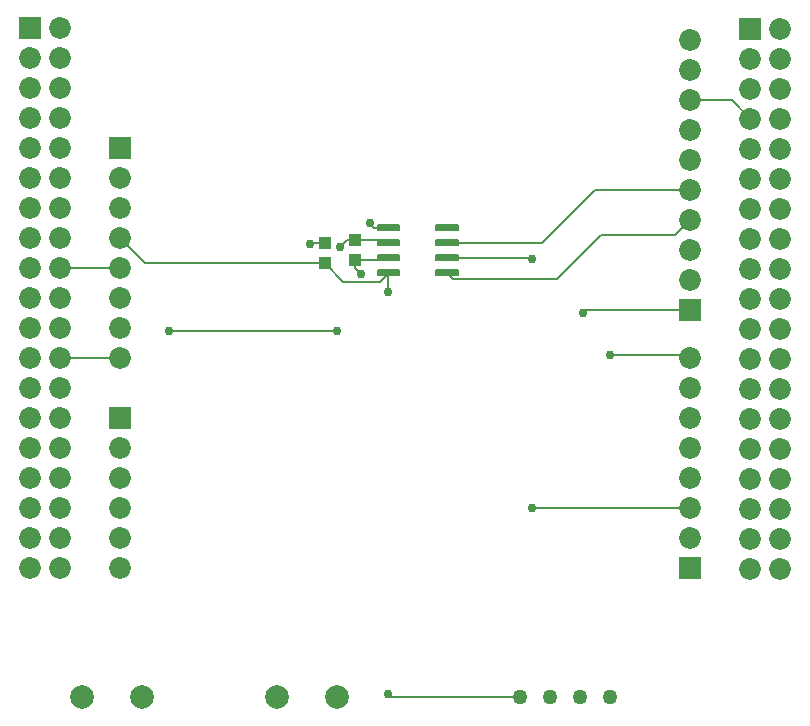
<source format=gtl>
G04 EAGLE Gerber RS-274X export*
G75*
%MOMM*%
%FSLAX34Y34*%
%LPD*%
%INTop Copper*%
%IPPOS*%
%AMOC8*
5,1,8,0,0,1.08239X$1,22.5*%
G01*
%ADD10R,1.000000X1.100000*%
%ADD11C,0.147500*%
%ADD12R,1.850000X1.850000*%
%ADD13C,1.850000*%
%ADD14C,1.270000*%
%ADD15C,2.000000*%
%ADD16C,0.152400*%
%ADD17C,0.756400*%
%ADD18C,0.254000*%


D10*
X284480Y481720D03*
X284480Y498720D03*
X309880Y484260D03*
X309880Y501260D03*
D11*
X329357Y509597D02*
X347583Y509597D01*
X329357Y509597D02*
X329357Y514023D01*
X347583Y514023D01*
X347583Y509597D01*
X347583Y510998D02*
X329357Y510998D01*
X329357Y512399D02*
X347583Y512399D01*
X347583Y513800D02*
X329357Y513800D01*
X329357Y496897D02*
X347583Y496897D01*
X329357Y496897D02*
X329357Y501323D01*
X347583Y501323D01*
X347583Y496897D01*
X347583Y498298D02*
X329357Y498298D01*
X329357Y499699D02*
X347583Y499699D01*
X347583Y501100D02*
X329357Y501100D01*
X329357Y484197D02*
X347583Y484197D01*
X329357Y484197D02*
X329357Y488623D01*
X347583Y488623D01*
X347583Y484197D01*
X347583Y485598D02*
X329357Y485598D01*
X329357Y486999D02*
X347583Y486999D01*
X347583Y488400D02*
X329357Y488400D01*
X329357Y471497D02*
X347583Y471497D01*
X329357Y471497D02*
X329357Y475923D01*
X347583Y475923D01*
X347583Y471497D01*
X347583Y472898D02*
X329357Y472898D01*
X329357Y474299D02*
X347583Y474299D01*
X347583Y475700D02*
X329357Y475700D01*
X378857Y471497D02*
X397083Y471497D01*
X378857Y471497D02*
X378857Y475923D01*
X397083Y475923D01*
X397083Y471497D01*
X397083Y472898D02*
X378857Y472898D01*
X378857Y474299D02*
X397083Y474299D01*
X397083Y475700D02*
X378857Y475700D01*
X378857Y484197D02*
X397083Y484197D01*
X378857Y484197D02*
X378857Y488623D01*
X397083Y488623D01*
X397083Y484197D01*
X397083Y485598D02*
X378857Y485598D01*
X378857Y486999D02*
X397083Y486999D01*
X397083Y488400D02*
X378857Y488400D01*
X378857Y496897D02*
X397083Y496897D01*
X378857Y496897D02*
X378857Y501323D01*
X397083Y501323D01*
X397083Y496897D01*
X397083Y498298D02*
X378857Y498298D01*
X378857Y499699D02*
X397083Y499699D01*
X397083Y501100D02*
X378857Y501100D01*
X378857Y509597D02*
X397083Y509597D01*
X378857Y509597D02*
X378857Y514023D01*
X397083Y514023D01*
X397083Y509597D01*
X397083Y510998D02*
X378857Y510998D01*
X378857Y512399D02*
X397083Y512399D01*
X397083Y513800D02*
X378857Y513800D01*
D12*
X111240Y350440D03*
D13*
X111240Y325040D03*
X111240Y299640D03*
X111240Y274240D03*
X111240Y248840D03*
X111240Y223440D03*
D12*
X111240Y579040D03*
D13*
X111240Y553640D03*
X111240Y528240D03*
X111240Y502840D03*
X111240Y477440D03*
X111240Y452040D03*
X111240Y426640D03*
X111240Y401240D03*
D12*
X35040Y680640D03*
D13*
X60440Y680640D03*
X35040Y655240D03*
X60440Y655240D03*
X35040Y629840D03*
X60440Y629840D03*
X35040Y604440D03*
X60440Y604440D03*
X35040Y579040D03*
X60440Y579040D03*
X35040Y553640D03*
X60440Y553640D03*
X35040Y528240D03*
X60440Y528240D03*
X35040Y502840D03*
X60440Y502840D03*
X35040Y477440D03*
X60440Y477440D03*
X35040Y452040D03*
X60440Y452040D03*
X35040Y426640D03*
X60440Y426640D03*
X35040Y401240D03*
X60440Y401240D03*
X35040Y375840D03*
X60440Y375840D03*
X35040Y350440D03*
X60440Y350440D03*
X35040Y325040D03*
X60440Y325040D03*
X35040Y299640D03*
X60440Y299640D03*
X35040Y274240D03*
X60440Y274240D03*
X35040Y248840D03*
X60440Y248840D03*
X35040Y223440D03*
X60440Y223440D03*
D12*
X593840Y441880D03*
D13*
X593840Y467280D03*
X593840Y492680D03*
X593840Y518080D03*
X593840Y543480D03*
X593840Y568880D03*
X593840Y594280D03*
X593840Y619680D03*
X593840Y645080D03*
X593840Y670480D03*
X593840Y274240D03*
X593840Y299640D03*
X593840Y325040D03*
X593840Y350440D03*
X593840Y375840D03*
X593840Y401240D03*
D12*
X593840Y223440D03*
D13*
X593840Y248840D03*
D12*
X644640Y680390D03*
D13*
X670040Y680390D03*
X644640Y654990D03*
X670040Y654990D03*
X644640Y629590D03*
X670040Y629590D03*
X644640Y604190D03*
X670040Y604190D03*
X644640Y578790D03*
X670040Y578790D03*
X644640Y553390D03*
X670040Y553390D03*
X644640Y527990D03*
X670040Y527990D03*
X644640Y502590D03*
X670040Y502590D03*
X644640Y477190D03*
X670040Y477190D03*
X644640Y451790D03*
X670040Y451790D03*
X644640Y426390D03*
X670040Y426390D03*
X644640Y400990D03*
X670040Y400990D03*
X644640Y375590D03*
X670040Y375590D03*
X644640Y350190D03*
X670040Y350190D03*
X644640Y324790D03*
X670040Y324790D03*
X644640Y299390D03*
X670040Y299390D03*
X644640Y273990D03*
X670040Y273990D03*
X644640Y248590D03*
X670040Y248590D03*
X644640Y223190D03*
X670040Y223190D03*
D14*
X449580Y114300D03*
X474980Y114300D03*
X500380Y114300D03*
X525780Y114300D03*
D15*
X243629Y114550D03*
X294429Y114550D03*
X78529Y114550D03*
X129329Y114550D03*
D16*
X326390Y511810D02*
X338470Y511810D01*
X326390Y511810D02*
X322580Y515620D01*
D17*
X322580Y515620D03*
D16*
X284480Y498720D02*
X272660Y498720D01*
X271780Y497840D01*
D17*
X271780Y497840D03*
D16*
X111240Y477440D02*
X60440Y477440D01*
X60440Y401240D02*
X111240Y401240D01*
X593840Y619680D02*
X629150Y619680D01*
X644640Y604190D01*
X132360Y481720D02*
X111240Y502840D01*
X132360Y481720D02*
X284480Y481720D01*
X300110Y466090D01*
X330850Y466090D02*
X338470Y473710D01*
X330850Y466090D02*
X300110Y466090D01*
X340360Y114300D02*
X449580Y114300D01*
X340360Y114300D02*
X337820Y116840D01*
D17*
X337820Y116840D03*
X337820Y457200D03*
D16*
X337820Y473060D01*
X338470Y473710D01*
D18*
X337200Y497840D02*
X335280Y497840D01*
X337200Y497840D02*
X338470Y499110D01*
D17*
X294640Y424180D03*
X297180Y495300D03*
D16*
X303140Y501260D01*
X309880Y501260D01*
X331860Y501260D01*
X335280Y497840D01*
D17*
X152400Y424180D03*
D16*
X294640Y424180D01*
X336320Y484260D02*
X338470Y486410D01*
X336320Y484260D02*
X309880Y484260D01*
D17*
X314960Y472440D03*
D16*
X309880Y477520D01*
X309880Y484260D01*
X387970Y486410D02*
X458470Y486410D01*
X459740Y485140D01*
D17*
X459740Y485140D03*
X459740Y274320D03*
D16*
X593760Y274320D01*
X593840Y274240D01*
X481330Y468630D02*
X393050Y468630D01*
X387970Y473710D01*
X581220Y505460D02*
X593840Y518080D01*
X581220Y505460D02*
X518160Y505460D01*
X481330Y468630D01*
X468630Y499110D02*
X387970Y499110D01*
X468630Y499110D02*
X513080Y543560D01*
X593760Y543560D01*
X593840Y543480D01*
D17*
X502920Y439420D03*
D16*
X505380Y441880D01*
X593840Y441880D01*
D17*
X525780Y403860D03*
D16*
X591220Y403860D01*
X593840Y401240D01*
M02*

</source>
